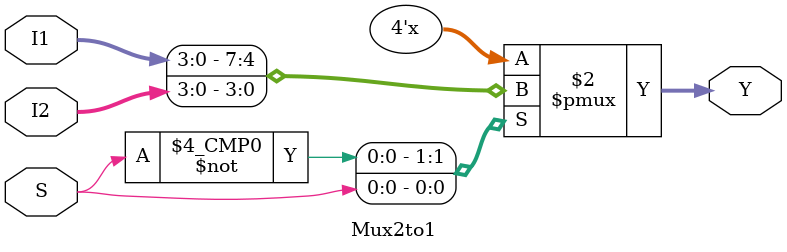
<source format=v>
module RF(A, B, SA, SB, D, DA, W, rst, clk);
    output [3:0]A; 
    output [3:0]B; 
    input SA; //source address 1
    input SB; //source address 2
    input [3:0] D; //data from ROM
    input DA; //destination address
    input W; //write enable
    input rst; 
    input clk;
    
    wire[1:0] load_enable;
    wire[3:0] reg1_out;
    wire[3:0] reg2_out;
    
    
    Decoder dec(.load_enable(load_enable), .DA(DA), .W(W));
    RegisterNbit reg1(.Dout(reg1_out), .Din(D), .Load(load_enable[0]), .reset(rst), .clock(clk));
    RegisterNbit reg2(.Dout(reg2_out), .Din(D), .Load(load_enable[1]), .reset(rst), .clock(clk));
    Mux2to1 mux1(.Y(A),.I1(reg1_out), .I2(reg2_out), .S(SA));
    Mux2to1 mux2(.Y(B),.I1(reg1_out), .I2(reg2_out), .S(SB));
endmodule


//DECODER
module Decoder(output [1:0] load_enable, input DA, input W);

    assign load_enable[0] = ~DA & W;
    assign load_enable[1] = DA & W;
    
endmodule

//REGISTER
module RegisterNbit(Din, Dout, Load, reset, clock);

    output reg[3:0] Dout; //register output
    input [3:0] Din; //data input
    
    input Load; //load enable
    input reset; //pos logic asynch reset
    input clock; //pos edge clock
    
    always @(posedge clock or posedge reset)begin
        if(reset) Dout <= 0;
        else if (Load) Dout <= Din;
        else Dout <= Dout;
    end

endmodule

//MULTIPLIER
module Mux2to1(Y, I1, I2, S);
    
    input [3:0] I1;
	input [3:0] I2;
    input S;
	output reg [3:0] Y;

    always @(I1, I2, S) begin
        case (S)
            1'b0: Y = I1; //register 1 data
			1'b1: Y = I2; //register 2
			default: Y = 4'b0;
        endcase
    end
   
endmodule

</source>
